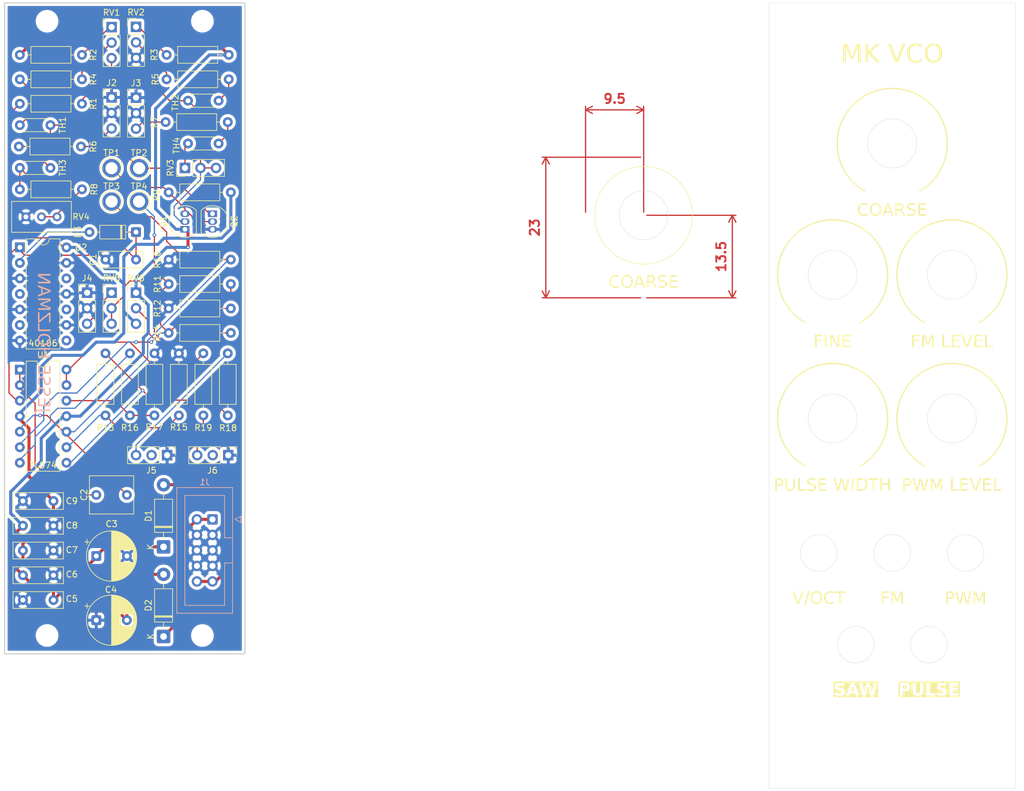
<source format=kicad_pcb>
(kicad_pcb (version 20241229) (generator "pcbnew") (generator_version "9.0")
  (layers (0 "F.Cu" signal) (2 "B.Cu" signal) (13 "F.Paste" user) (15 "B.Paste" user) (5 "F.SilkS" user "F.Silkscreen") (7 "B.SilkS" user "B.Silkscreen") (1 "F.Mask" user) (3 "B.Mask" user) (25 "Edge.Cuts" user))
  (net 0 "")
  (net 1 "GND")
  (net 2 "Net-(D3-K)")
  (net 3 "Net-(U1A--)")
  (net 4 "Net-(U1B-+)")
  (net 5 "+12V")
  (net 6 "-12V")
  (net 7 "Net-(D1-A)")
  (net 8 "Net-(D2-K)")
  (net 9 "Net-(D3-A)")
  (net 10 "Net-(J2-PadT)")
  (net 11 "Net-(J4-PadT)")
  (net 13 "Net-(J5-PadT)")
  (net 14 "Net-(J6-PadT)")
  (net 16 "Net-(Q1-B)")
  (net 17 "Net-(Q1-E)")
  (net 18 "Net-(R1-Pad2)")
  (net 19 "Net-(R2-Pad1)")
  (net 20 "Net-(R3-Pad1)")
  (net 21 "Net-(R4-Pad2)")
  (net 22 "Net-(R4-Pad1)")
  (net 23 "Net-(R5-Pad2)")
  (net 24 "Net-(R5-Pad1)")
  (net 25 "Net-(R6-Pad1)")
  (net 26 "Net-(R7-Pad1)")
  (net 27 "Net-(R8-Pad2)")
  (net 28 "Net-(R11-Pad2)")
  (net 29 "Net-(U1B--)")
  (net 30 "Net-(R13-Pad1)")
  (net 31 "Net-(U1C--)")
  (net 32 "Net-(R14-Pad2)")
  (net 33 "Net-(U1D-+)")
  (net 34 "Net-(R16-Pad2)")
  (net 35 "Net-(U1D--)")
  (net 36 "Net-(RV3-Pad1)")
  (net 42 "Net-(J3-PadT)")
  (footprint "JesseCustom:R_Axial_DIN0207_L6.3mm_D2.5mm_P10.16mm_Horizontal_VALUEINSIDE" (layer "F.Cu") (at 51.84 56)
    (property "Reference" "R9")
    (property "Value" "1M")
  )
  (footprint "JesseCustom:C_Disc_D4.3mm_W1.9mm_P5.00mm_VALUEINSIDE" (layer "F.Cu") (at 32.5 45 180)
    (property "Reference" "TH1")
    (property "Value" "10k")
  )
  (footprint "MountingHole:MountingHole_3.2mm_M3" (layer "F.Cu") (at 31.95 28)
    (property "Reference" "REF**" (hide yes))
    (property "Value" "MountingHole_3.2mm_M3" (hide yes))
  )
  (footprint "JesseCustom:R_Axial_DIN0207_L6.3mm_D2.5mm_P10.16mm_Horizontal_VALUEINSIDE" (layer "F.Cu") (at 37.66 33.5 180)
    (property "Reference" "R2")
    (property "Value" "33k")
  )
  (footprint "Capacitor_THT:C_Rect_L7.0mm_W6.0mm_P5.00mm" (layer "F.Cu") (at 40 105.5)
    (property "Reference" "C2")
    (property "Value" "1uF")
  )
  (footprint "Capacitor_THT:C_Disc_D8.0mm_W2.5mm_P5.00mm" (layer "F.Cu") (at 33 106.5 180)
    (property "Reference" "C9")
    (property "Value" "0.1uF_0603_16V")
  )
  (footprint "JesseCustom:PinHeader_1x03_P2.54mm_Vertical_AudioJack" (layer "F.Cu") (at 38.5 72.42)
    (property "Reference" "J4")
    (property "Value" "PWM CV")
  )
  (footprint "Potentiometer_THT:Potentiometer_Bourns_3296W_Vertical" (layer "F.Cu") (at 33.58 60)
    (property "Reference" "RV4")
    (property "Value" "1k")
  )
  (footprint "JesseCustom:C_Disc_D4.3mm_W1.9mm_P5.00mm_VALUEINSIDE" (layer "F.Cu") (at 27.5 52)
    (property "Reference" "TH3")
    (property "Value" "10k")
  )
  (footprint "JesseCustom:R_Axial_DIN0207_L6.3mm_D2.5mm_P10.16mm_Horizontal_VALUEINSIDE" (layer "F.Cu") (at 45.5 92.5 90)
    (property "Reference" "R16")
    (property "Value" "100k")
  )
  (footprint "JesseCustom:R_Axial_DIN0207_L6.3mm_D2.5mm_P10.16mm_Horizontal_VALUEINSIDE" (layer "F.Cu") (at 61.5 44.5 180)
    (property "Reference" "R7")
    (property "Value" "100k")
  )
  (footprint "Package_TO_SOT_THT:TO-92_Inline" (layer "F.Cu") (at 59 59.5 -90)
    (property "Reference" "Q2")
    (property "Value" "BC548")
  )
  (footprint "Capacitor_THT:C_Rect_L7.0mm_W2.5mm_P5.00mm" (layer "F.Cu") (at 46.5 67 180)
    (property "Reference" "C1")
    (property "Value" "2.2nF")
  )
  (footprint "MountingHole:MountingHole_3.2mm_M3" (layer "F.Cu") (at 57.35 28)
    (property "Reference" "REF**" (hide yes))
    (property "Value" "MountingHole_3.2mm_M3" (hide yes))
  )
  (footprint "TestPoint:TestPoint_Plated_Hole_D2.0mm" (layer "F.Cu") (at 47 52.04)
    (property "Reference" "TP2")
    (property "Value" "TestPoint" (hide yes))
  )
  (footprint "Capacitor_THT:C_Disc_D8.0mm_W2.5mm_P5.00mm" (layer "F.Cu") (at 33 114.6 180)
    (property "Reference" "C7")
    (property "Value" "0.1uF_0603_16V")
  )
  (footprint "JesseCustom:R_Axial_DIN0207_L6.3mm_D2.5mm_P10.16mm_Horizontal_VALUEINSIDE" (layer "F.Cu") (at 51.84 71)
    (property "Reference" "R11")
    (property "Value" "68K")
  )
  (footprint "Capacitor_THT:CP_Radial_D8.0mm_P5.00mm" (layer "F.Cu") (at 40 115.5)
    (property "Reference" "C3")
    (property "Value" "47uF_5x5.3_16V")
  )
  (footprint "JesseCustom:R_Axial_DIN0207_L6.3mm_D2.5mm_P10.16mm_Horizontal_VALUEINSIDE" (layer "F.Cu") (at 51.84 79)
    (property "Reference" "R14")
    (property "Value" "100k")
  )
  (footprint "MountingHole:MountingHole_3.2mm_M3" (layer "F.Cu") (at 182.85 139.5)
    (property "Reference" "REF**" (hide yes))
    (property "Value" "MountingHole_3.2mm_M3" (hide yes))
  )
  (footprint "Connector_PinHeader_2.54mm:PinHeader_1x03_P2.54mm_Vertical" (layer "F.Cu") (at 42.5 72.42)
    (property "Reference" "RV5")
    (property "Value" "B250K")
  )
  (footprint "TestPoint:TestPoint_Plated_Hole_D2.0mm" (layer "F.Cu") (at 47 57.5)
    (property "Reference" "TP4")
    (property "Value" "TestPoint" (hide yes))
  )
  (footprint "JesseCustom:PinHeader_1x03_P2.54mm_Vertical_AudioJack" (layer "F.Cu") (at 61.58 99 -90)
    (property "Reference" "J6")
    (property "Value" "PULSE OUT")
  )
  (footprint "JesseCustom:R_Axial_DIN0207_L6.3mm_D2.5mm_P10.16mm_Horizontal_VALUEINSIDE" (layer "F.Cu") (at 41.5 82.34 -90)
    (property "Reference" "R13")
    (property "Value" "100k")
  )
  (footprint "MountingHole:MountingHole_3.2mm_M3" (layer "F.Cu") (at 182.85 150.5)
    (property "Reference" "REF**" (hide yes))
    (property "Value" "MountingHole_3.2mm_M3" (hide yes))
  )
  (footprint "JesseCustom:PinHeader_1x03_P2.54mm_Vertical_AudioJack" (layer "F.Cu") (at 42.5 40.46)
    (property "Reference" "J2")
    (property "Value" "1V/OCT")
  )
  (footprint "MountingHole:MountingHole_3.2mm_M3" (layer "F.Cu") (at 57.35 128.5)
    (property "Reference" "REF**" (hide yes))
    (property "Value" "MountingHole_3.2mm_M3" (hide yes))
  )
  (footprint "JesseCustom:R_Axial_DIN0207_L6.3mm_D2.5mm_P10.16mm_Horizontal_VALUEINSIDE" (layer "F.Cu") (at 49.5 82.34 -90)
    (property "Reference" "R17")
    (property "Value" "68k")
  )
  (footprint "PCM_4ms_Package_DIP:DIP-14_W7.62mm" (layer "F.Cu") (at 27.5 85.05)
    (property "Reference" "U1")
    (property "Value" "TL074")
  )
  (footprint "Connector_PinHeader_2.54mm:PinHeader_1x03_P2.54mm_Vertical" (layer "F.Cu") (at 46.5 72.42)
    (property "Reference" "RV6")
    (property "Value" "B100K")
  )
  (footprint "Diode_THT:D_DO-35_SOD27_P7.62mm_Horizontal" (layer "F.Cu") (at 46.5 62.5 180)
    (property "Reference" "D3")
    (property "Value" "1N4148")
  )
  (footprint "JesseCustom:R_Axial_DIN0207_L6.3mm_D2.5mm_P10.16mm_Horizontal_VALUEINSIDE" (layer "F.Cu") (at 51.5 33.5)
    (property "Reference" "R3")
    (property "Value" "100k")
  )
  (footprint "JesseCustom:R_Axial_DIN0207_L6.3mm_D2.5mm_P10.16mm_Horizontal_VALUEINSIDE" (layer "F.Cu") (at 53.5 82.34 -90)
    (property "Reference" "R15")
    (property "Value" "47K")
  )
  (footprint "JesseCustom:C_Disc_D4.3mm_W1.9mm_P5.00mm_VALUEINSIDE" (layer "F.Cu") (at 55 48)
    (property "Reference" "TH4")
    (property "Value" "10k")
  )
  (footprint "TestPoint:TestPoint_Plated_Hole_D2.0mm" (layer "F.Cu") (at 42.5 57.5)
    (property "Reference" "TP3")
    (property "Value" "TestPoint" (hide yes))
  )
  (footprint "Connector_PinHeader_2.54mm:PinHeader_1x03_P2.54mm_Vertical" (layer "F.Cu") (at 54.5 52 90)
    (property "Reference" "RV3")
    (property "Value" "B1M")
  )
  (footprint "Package_TO_SOT_THT:TO-92_Inline" (layer "F.Cu") (at 54.5 62.04 90)
    (property "Reference" "Q1")
    (property "Value" "BC558")
  )
  (footprint "JesseCustom:R_Axial_DIN0207_L6.3mm_D2.5mm_P10.16mm_Horizontal_VALUEINSIDE" (layer "F.Cu") (at 27.34 48.5)
    (property "Reference" "R6")
    (property "Value" "100k")
  )
  (footprint "Diode_THT:D_DO-41_SOD81_P10.16mm_Horizontal" (layer "F.Cu") (at 51 128.66 90)
    (property "Reference" "D2")
    (property "Value" "1N5819")
  )
  (footprint "TestPoint:TestPoint_Plated_Hole_D2.0mm" (layer "F.Cu") (at 42.5 52.04)
    (property "Reference" "TP1")
    (property "Value" "TestPoint" (hide yes))
  )
  (footprint "Capacitor_THT:C_Disc_D8.0mm_W2.5mm_P5.00mm" (layer "F.Cu") (at 33 110.55 180)
    (property "Reference" "C8")
    (property "Value" "0.1uF_0603_16V")
  )
  (footprint "Capacitor_THT:CP_Radial_D8.0mm_P5.00mm" (layer "F.Cu") (at 40 126)
    (property "Reference" "C4")
    (property "Value" "47uF_5x5.3_16V")
  )
  (footprint "JesseCustom:R_Axial_DIN0207_L6.3mm_D2.5mm_P10.16mm_Horizontal_VALUEINSIDE" (layer "F.Cu") (at 27.5 41.5)
    (property "Reference" "R1")
    (property "Value" "100k")
  )
  (footprint "JesseCustom:C_Disc_D4.3mm_W1.9mm_P5.00mm_VALUEINSIDE" (layer "F.Cu") (at 55 41)
    (property "Reference" "TH2")
    (property "Value" "10k")
  )
  (footprint "Connector_PinHeader_2.54mm:PinHeader_1x03_P2.54mm_Vertical" (layer "F.Cu") (at 42.5 28.96)
    (property "Reference" "RV1")
    (property "Value" "B100K")
  )
  (footprint "JesseCustom:PinHeader_1x03_P2.54mm_Vertical_AudioJack" (layer "F.Cu") (at 46.5 40.5)
    (property "Reference" "J3")
    (property "Value" "FM CV")
  )
  (footprint "JesseCustom:R_Axial_DIN0207_L6.3mm_D2.5mm_P10.16mm_Horizontal_VALUEINSIDE" (layer "F.Cu") (at 61.66 37.5 180)
    (property "Reference" "R5")
    (property "Value" "1M")
  )
  (footprint "MountingHole:MountingHole_3.2mm_M3" (layer "F.Cu") (at 157.45 150.5)
    (property "Reference" "REF**" (hide yes))
    (property "Value" "MountingHole_3.2mm_M3" (hide yes))
  )
  (footprint "Capacitor_THT:C_Disc_D8.0mm_W2.5mm_P5.00mm" (layer "F.Cu") (at 33 118.65 180)
    (property "Reference" "C6")
    (property "Value" "0.1uF_0603_16V")
  )
  (footprint "JesseCustom:R_Axial_DIN0207_L6.3mm_D2.5mm_P10.16mm_Horizontal_VALUEINSIDE" (layer "F.Cu") (at 51.84 67)
    (property "Reference" "R10")
    (property "Value" "100k")
  )
  (footprint "JesseCustom:PinHeader_1x03_P2.54mm_Vertical_AudioJack" (layer "F.Cu") (at 51.58 99 -90)
    (property "Reference" "J5")
    (property "Value" "SAW OUT")
  )
  (footprint "MountingHole:MountingHole_3.2mm_M3" (layer "F.Cu") (at 31.95 128.5)
    (property "Reference" "REF**" (hide yes))
    (property "Value" "MountingHole_3.2mm_M3" (hide yes))
  )
  (footprint "MountingHole:MountingHole_3.2mm_M3" (layer "F.Cu") (at 157.45 28)
    (property "Reference" "REF**" (hide yes))
    (property "Value" "MountingHole_3.2mm_M3" (hide yes))
  )
  (footprint "JesseCustom:R_Axial_DIN0207_L6.3mm_D2.5mm_P10.16mm_Horizontal_VALUEINSIDE" (layer "F.Cu") (at 51.84 75)
    (property "Reference" "R12")
    (property "Value" "14k")
  )
  (footprint "MountingHole:MountingHole_3.2mm_M3" (layer "F.Cu") (at 157.45 139.5)
    (property "Reference" "REF**" (hide yes))
    (property "Value" "MountingHole_3.2mm_M3" (hide yes))
  )
  (footprint "JesseCustom:R_Axial_DIN0207_L6.3mm_D2.5mm_P10.16mm_Horizontal_VALUEINSIDE" (layer "F.Cu") (at 27.5 37.5)
    (property "Reference" "R4")
    (property "Value" "100k")
  )
  (footprint "MountingHole:MountingHole_3.2mm_M3" (layer "F.Cu") (at 157.45 39)
    (property "Reference" "REF**" (hide yes))
    (property "Value" "MountingHole_3.2mm_M3" (hide yes))
  )
  (footprint "JesseCustom:R_Axial_DIN0207_L6.3mm_D2.5mm_P10.16mm_Horizontal_VALUEINSIDE" (layer "F.Cu") (at 57.5 92.5 90)
    (property "Reference" "R19")
    (property "Value" "1k")
  )
  (footprint "Capacitor_THT:C_Disc_D8.0mm_W2.5mm_P5.00mm" (layer "F.Cu") (at 33 122.7 180)
    (property "Reference" "C5")
    (property "Value" "0.1uF_0603_16V")
  )
  (footprint "Diode_THT:D_DO-41_SOD81_P10.16mm_Horizontal" (layer "F.Cu") (at 51 114 90)
    (property "Reference" "D1")
    (property "Value" "1N5819")
  )
  (footprint "PCM_4ms_Package_DIP:DIP-14_W7.62mm" (layer "F.Cu") (at 27.5 65.05)
    (property "Reference" "U2")
    (property "Value" "40106")
  )
  (footprint "JesseCustom:R_Axial_DIN0207_L6.3mm_D2.5mm_P10.16mm_Horizontal_VALUEINSIDE" (layer "F.Cu") (at 61.5 82.34 -90)
    (property "Reference" "R18")
    (property "Value" "1k")
  )
  (footprint "MountingHole:MountingHole_3.2mm_M3" (layer "F.Cu") (at 182.85 28)
    (property "Reference" "REF**" (hide yes))
    (property "Value" "MountingHole_3.2mm_M3" (hide yes))
  )
  (footprint "Connector_PinHeader_2.54mm:PinHeader_1x03_P2.54mm_Vertical" (layer "F.Cu") (at 46.5 28.92)
    (property "Reference" "RV2")
    (property "Value" "B100K")
  )
  (footprint "MountingHole:MountingHole_3.2mm_M3" (layer "F.Cu") (at 182.85 39)
    (property "Reference" "REF**" (hide yes))
    (property "Value" "MountingHole_3.2mm_M3" (hide yes))
  )
  (footprint "JesseCustom:R_Axial_DIN0207_L6.3mm_D2.5mm_P10.16mm_Horizontal_VALUEINSIDE" (layer "F.Cu") (at 27.5 55.5)
    (property "Reference" "R8")
    (property "Value" "1k5")
  )
  (footprint "Connector_IDC:IDC-Header_2x05_P2.54mm_Vertical" (layer "B.Cu") (at 59 109.5 180)
    (property "Reference" "J1")
    (property "Value" "Conn_02x05_Odd_Even" (hide yes))
  )
  (gr_arc (start 175.4 77.29422) (mid 179.899996 60.500007) (end 184.400006 77.294216) (stroke (width 0.2)) (layer "F.SilkS"))
  (gr_arc (start 175.4 100.79422) (mid 179.899996 84.000007) (end 184.400006 100.794216) (stroke (width 0.2)) (layer "F.SilkS"))
  (gr_arc (start 165.65 55.79422) (mid 170.149996 39.000007) (end 174.650006 55.794216) (stroke (width 0.2)) (layer "F.SilkS"))
  (gr_arc (start 155.9 100.79422) (mid 160.399996 84.000007) (end 164.900006 100.794216) (stroke (width 0.2)) (layer "F.SilkS"))
  (gr_circle (center 129.5 59.75) (end 137.5 59.75) (stroke (width 0.1)) (fill no) (layer "F.SilkS"))
  (gr_arc (start 155.9 77.29422) (mid 160.399996 60.500007) (end 164.900006 77.294216) (stroke (width 0.2)) (layer "F.SilkS"))
  (gr_circle (center 170.15 48) (end 174.15 48) (stroke (width 0.05)) (fill no) (layer "Edge.Cuts"))
  (gr_circle (center 129.5 59.75) (end 133.5 59.75) (stroke (width 0.05)) (fill no) (layer "Edge.Cuts"))
  (gr_circle (center 164.163167 130) (end 167.163167 130) (stroke (width 0.05)) (fill no) (layer "Edge.Cuts"))
  (gr_circle (center 182.15 115) (end 185.15 115) (stroke (width 0.05)) (fill no) (layer "Edge.Cuts"))
  (gr_rect (start 150 25) (end 190.3 153.5) (stroke (width 0.05)) (fill no) (layer "Edge.Cuts"))
  (gr_circle (center 179.9 69.5) (end 183.9 69.5) (stroke (width 0.05)) (fill no) (layer "Edge.Cuts"))
  (gr_circle (center 160.4 93) (end 164.4 93) (stroke (width 0.05)) (fill no) (layer "Edge.Cuts"))
  (gr_circle (center 179.9 93) (end 183.9 93) (stroke (width 0.05)) (fill no) (layer "Edge.Cuts"))
  (gr_circle (center 176.163167 130) (end 179.163167 130) (stroke (width 0.05)) (fill no) (layer "Edge.Cuts"))
  (gr_circle (center 170.163167 115) (end 173.163167 115) (stroke (width 0.05)) (fill no) (layer "Edge.Cuts"))
  (gr_circle (center 160.4 69.5) (end 164.4 69.5) (stroke (width 0.05)) (fill no) (layer "Edge.Cuts"))
  (gr_rect (start 25 25) (end 64.3 131.5) (stroke (width 0.2)) (fill no) (layer "Edge.Cuts"))
  (gr_circle (center 158.15 115) (end 161.15 115) (stroke (width 0.05)) (fill no) (layer "Edge.Cuts"))
  (gr_text "PULSE" (at 176.163167 137.5 0) (layer "F.SilkS" knockout) (effects (font (size 2 2) (thickness 0.4) (bold yes))))
  (gr_text "SAW" (at 164.163167 137.5 0) (layer "F.SilkS" knockout) (effects (font (size 2 2) (thickness 0.4) (bold yes))))
  (gr_text "PWM LEVEL" (at 179.886833 104 0) (layer "F.SilkS") (effects (font (size 2 2) (thickness 0.25))))
  (gr_text "PULSE WIDTH" (at 160.4 104 0) (layer "F.SilkS") (effects (font (size 2 2) (thickness 0.25))))
  (gr_text "PWM" (at 182.15 122.5 0) (layer "F.SilkS") (effects (font (size 2 2) (thickness 0.25))))
  (gr_text "FINE" (at 160.386833 80.5 0) (layer "F.SilkS") (effects (font (size 2 2) (thickness 0.25))))
  (gr_text "MK VCO" (at 170.15 33.5 0) (layer "F.SilkS") (effects (font (size 3 3))))
  (gr_text "COARSE" (at 170.136833 59 0) (layer "F.SilkS") (effects (font (size 2 2) (thickness 0.25))))
  (gr_text "FM LEVEL" (at 179.886833 80.5 0) (layer "F.SilkS") (effects (font (size 2 2) (thickness 0.25))))
  (gr_text "FM" (at 170.163167 122.5 0) (layer "F.SilkS") (effects (font (size 2 2) (thickness 0.25))))
  (gr_text "COARSE" (at 129.486833 70.75 0) (layer "F.SilkS") (effects (font (size 2 2))))
  (gr_text "V/OCT" (at 158.15 122.5 0) (layer "F.SilkS") (effects (font (size 2 2) (thickness 0.25))))
  (gr_text "JESSE HOLZMAN" (at 31.302613 80.579719 270) (layer "B.SilkS") (effects (font (size 2 2) (thickness 0.1)) (justify mirror)))
  (dimension (type orthogonal) (layer "F.Cu") (pts (xy 129.5 59.75) (xy 120 59.75)) (height -17.25) (orientation 0) (format (prefix "") (suffix "") (units 3) (units_format 0) (precision 4) (suppress_zeroes yes)) (style (thickness 0.2) (arrow_length 1.27) (text_position_mode 0) (arrow_direction outward) (extension_height 0.58642) (extension_offset 0.5) (keep_text_aligned yes)) (gr_text "9.5" (at 124.75 40.7 0) (layer "F.Cu") (effects (font (size 1.5 1.5) (thickness 0.3)))))
  (dimension (type orthogonal) (layer "F.Cu") (pts (xy 129.5 59.75) (xy 129.5 73.25)) (height 14.5) (orientation 1) (format (prefix "") (suffix "") (units 3) (units_format 0) (precision 4) (suppress_zeroes yes)) (style (thickness 0.2) (arrow_length 1.27) (text_position_mode 0) (arrow_direction outward) (extension_height 0.58642) (extension_offset 0.5) (keep_text_aligned yes)) (gr_text "13.5" (at 142.2 66.5 90) (layer "F.Cu") (effects (font (size 1.5 1.5) (thickness 0.3)))))
  (dimension (type orthogonal) (layer "F.Cu") (pts (xy 129.5 50.25) (xy 129.5 73.25)) (height -16) (orientation 1) (format (prefix "") (suffix "") (units 3) (units_format 0) (precision 4) (suppress_zeroes yes)) (style (thickness 0.2) (arrow_length 1.27) (text_position_mode 0) (arrow_direction outward) (extension_height 0.58642) (extension_offset 0.5) (keep_text_aligned yes)) (gr_text "23" (at 111.7 61.75 90) (layer "F.Cu") (effects (font (size 1.5 1.5) (thickness 0.3)))))
  (segment (start 27.5 90.08) (end 27 90.08) (width 0.2) (layer "F.Cu") (net 2))
  (segment (start 40.5 64.5) (end 44 64.5) (width 0.2) (layer "F.Cu") (net 2))
  (segment (start 27.5 65.5) (end 28.289211 66.289211) (width 0.2) (layer "F.Cu") (net 2))
  (segment (start 25.733362 88.813362) (end 25.733362 66.266638) (width 0.2) (layer "F.Cu") (net 2))
  (segment (start 39.5 50.5) (end 41 49) (width 0.2) (layer "F.Cu") (net 2))
  (segment (start 47 52.04) (end 51.04 52.04) (width 0.2) (layer "F.Cu") (net 2))
  (segment (start 39.5 58.5) (end 39.5 50.5) (width 0.2) (layer "F.Cu") (net 2))
  (segment (start 58.5 59.5) (end 59 59.5) (width 0.2) (layer "F.Cu") (net 2))
  (segment (start 28.289211 66.289211) (end 38.710789 66.289211) (width 0.2) (layer "F.Cu") (net 2))
  (segment (start 43.5 62.5) (end 39.5 58.5) (width 0.2) (layer "F.Cu") (net 2))
  (segment (start 51.04 52.04) (end 58.5 59.5) (width 0.2) (layer "F.Cu") (net 2))
  (segment (start 27 65) (end 27.5 65) (width 0.2) (layer "F.Cu") (net 2))
  (segment (start 41 49) (end 43.96 49) (width 0.2) (layer "F.Cu") (net 2))
  (segment (start 43.96 49) (end 47 52.04) (width 0.2) (layer "F.Cu") (net 2))
  (segment (start 46.5 67) (end 46.5 62.5) (width 0.2) (layer "F.Cu") (net 2))
  (segment (start 27 90.08) (end 25.733362 88.813362) (width 0.2) (layer "F.Cu") (net 2))
  (segment (start 27.5 65) (end 27.5 65.5) (width 0.2) (layer "F.Cu") (net 2))
  (segment (start 38.710789 66.289211) (end 40.5 64.5) (width 0.2) (layer "F.Cu") (net 2))
  (segment (start 44 64.5) (end 46.5 67) (width 0.2) (layer "F.Cu") (net 2))
  (segment (start 46.5 62.5) (end 43.5 62.5) (width 0.2) (layer "F.Cu") (net 2))
  (segment (start 25.733362 66.266638) (end 27 65) (width 0.2) (layer "F.Cu") (net 2))
  (segment (start 35 105.5) (end 30 100.5) (width 0.2) (layer "F.Cu") (net 3))
  (segment (start 27.5 88.04) (end 27.5 87.54) (width 0.2) (layer "F.Cu") (net 3))
  (segment (start 40 105.5) (end 35 105.5) (width 0.2) (layer "F.Cu") (net 3))
  (segment (start 30 90.54) (end 27.5 88.04) (width 0.2) (layer "F.Cu") (net 3))
  (segment (start 27.5 85) (end 27.5 87.54) (width 0.2) (layer "F.Cu") (net 3))
  (segment (start 30 100.5) (end 30 90.54) (width 0.2) (layer "F.Cu") (net 3))
  (segment (start 31.96 92.5) (end 34.62 95.16) (width 0.2) (layer "F.Cu") (net 4))
  (segment (start 42.5 57.5) (end 45 60) (width 0.2) (layer "F.Cu") (net 4))
  (segment (start 30.801 92.5) (end 31.96 92.5) (width 0.2) (layer "F.Cu") (net 4))
  (segment (start 54.5 67) (end 62 67) (width 0.2) (layer "F.Cu") (net 4))
  (segment (start 49 60) (end 51.5 62.5) (width 0.2) (layer "F.Cu") (net 4))
  (segment (start 51.5 62.5) (end 51.5 64) (width 0.2) (layer "F.Cu") (net 4))
  (segment (start 34.62 95.16) (end 35.12 95.16) (width 0.2) (layer "F.Cu") (net 4))
  (segment (start 45 60) (end 49 60) (width 0.2) (layer "F.Cu") (net 4))
  (segment (start 45 105.5) (end 35.12 95.62) (width 0.2) (layer "F.Cu") (net 4))
  (segment (start 35.12 95.62) (end 35.12 95.16) (width 0.2) (layer "F.Cu") (net 4))
  (segment (start 51.5 64) (end 54.5 67) (width 0.2) (layer "F.Cu") (net 4))
  (via (at 30.801 92.5) (size 0.6) (drill 0.3) (layers "F.Cu" "B.Cu") (net 4))
  (segment (start 61.650057 67) (end 62 67) (width 0.2) (layer "B.Cu") (net 4))
  (segment (start 27.5 94.66) (end 27.5 95.16) (width 0.2) (layer "B.Cu") (net 4))
  (segment (start 30.801 92.5) (end 29.66 92.5) (width 0.2) (layer "B.Cu") (net 4))
  (segment (start 48.399 83.1681) (end 48.399 80.251057) (width 0.2) (layer "B.Cu") (net 4))
  (segment (start 35.12 95.16) (end 36.4071 95.16) (width 0.2) (layer "B.Cu") (net 4))
  (segment (start 29.66 92.5) (end 27.5 94.66) (width 0.2) (layer "B.Cu") (net 4))
  (segment (start 36.4071 95.16) (end 48.399 83.1681) (width 0.2) (layer "B.Cu") (net 4))
  (segment (start 48.399 80.251057) (end 61.650057 67) (width 0.2) (layer "B.Cu") (net 4))
  (segment (start 33.06 63.44) (end 34.62 65) (width 0.2) (layer "F.Cu") (net 5))
  (segment (start 25.838 60.338) (end 28.94 63.44) (width 0.2) (layer "F.Cu") (net 5))
  (segment (start 27.5 92.62) (end 27.5 93.12) (width 0.5) (layer "F.Cu") (net 5))
  (segment (start 33 108.46863) (end 33 106.5) (width 0.5) (layer "F.Cu") (net 5))
  (segment (start 34.62 65) (end 35.12 65) (width 0.2) (layer "F.Cu") (net 5))
  (segment (start 29 102.5) (end 33 106.5) (width 0.5) (layer "F.Cu") (net 5))
  (segment (start 51 114) (end 41.5 114) (width 0.5) (layer "F.Cu") (net 5))
  (segment (start 28 116.365685) (end 33 121.365685) (width 0.5) (layer "F.Cu") (net 5))
  (segment (start 27.5 41.5) (end 25.838 43.162) (width 0.2) (layer "F.Cu") (net 5))
  (segment (start 40 115.7) (end 40 115.5) (width 0.5) (layer "F.Cu") (net 5))
  (segment (start 25.838 43.162) (end 25.838 60.338) (width 0.2) (layer "F.Cu") (net 5))
  (segment (start 28 114.6) (end 28 116.365685) (width 0.5) (layer "F.Cu") (net 5))
  (segment (start 28 113.46863) (end 33 108.46863) (width 0.5) (layer "F.Cu") (net 5))
  (segment (start 33 122.7) (end 40 115.7) (width 0.5) (layer "F.Cu") (net 5))
  (segment (start 29 94.62) (end 29 102.5) (width 0.5) (layer "F.Cu") (net 5))
  (segment (start 28 114.6) (end 28 113.46863) (width 0.5) (layer "F.Cu") (net 5))
  (segment (start 28.94 63.44) (end 33.06 63.44) (width 0.2) (layer "F.Cu") (net 5))
  (segment (start 41.5 114) (end 40 115.5) (width 0.5) (layer "F.Cu") (net 5))
  (segment (start 33 121.365685) (end 33 122.7) (width 0.5) (layer "F.Cu") (net 5))
  (segment (start 27.5 93.12) (end 29 94.62) (width 0.5) (layer "F.Cu") (net 5))
  (segment (start 27.5 92.62) (end 27.5 92.12) (width 0.5) (layer "B.Cu") (net 5))
  (segment (start 44.5 71) (end 44.5 71.5) (width 0.5) (layer "B.Cu") (net 5))
  (segment (start 60.5 63.5) (end 62 62) (width 0.5) (layer "B.Cu") (net 5))
  (segment (start 32.832785 82.667215) (end 37.830144 82.667215) (width 0.5) (layer "B.Cu") (net 5))
  (segment (start 44.5 71.5) (end 44.5 75.5) (width 0.5) (layer "B.Cu") (net 5))
  (segment (start 41.06 69.5) (end 43 69.5) (width 0.5) (layer "B.Cu") (net 5))
  (segment (start 50.062075 64.5) (end 51.062075 63.5) (width 0.5) (layer "B.Cu") (net 5))
  (segment (start 44.5 79) (end 44.5 75.5) (width 0.5) (layer "B.Cu") (net 5))
  (segment (start 35.12 65) (end 36.56 65) (width 0.5) (layer "B.Cu") (net 5))
  (segment (start 27.5 92.12) (end 31 88.62) (width 0.5) (layer "B.Cu") (net 5))
  (segment (start 31 84.5) (end 32.832785 82.667215) (width 0.5) (layer "B.Cu") (net 5))
  (segment (start 39.997359 80.5) (end 43 80.5) (width 0.5) (layer "B.Cu") (net 5))
  (segment (start 44.5 66.5) (end 46.5 64.5) (width 0.5) (layer "B.Cu") (net 5))
  (segment (start 46.5 64.5) (end 50.062075 64.5) (width 0.5) (layer "B.Cu") (net 5))
  (segment (start 31 88.62) (end 31 84.5) (width 0.5) (layer "B.Cu") (net 5))
  (segment (start 44.5 71) (end 44.5 66.5) (width 0.5) (layer "B.Cu") (net 5))
  (segment (start 62 62) (end 62 56) (width 0.5) (layer "B.Cu") (net 5))
  (segment (start 43 80.5) (end 44.5 79) (width 0.5) (layer "B.Cu") (net 5))
  (segment (start 51.062075 63.5) (end 60.5 63.5) (width 0.5) (layer "B.Cu") (net 5))
  (segment (start 36.56 65) (end 41.06 69.5) (width 0.5) (layer "B.Cu") (net 5))
  (segment (start 43 69.5) (end 44.5 71) (width 0.5) (layer "B.Cu") (net 5))
  (segment (start 44.5 75.5) (end 46.5 77.5) (width 0.5) (layer "B.Cu") (net 5))
  (segment (start 37.830144 82.667215) (end 39.997359 80.5) (width 0.5) (layer "B.Cu") (net 5))
  (segment (start 48 118.5) (end 45 121.5) (width 0.5) (layer "F.Cu") (net 6))
  (segment (start 55 65) (end 55 62.54) (width 0.5) (layer "F.Cu") (net 6))
  (segment (start 27.5 33.5) (end 29 32) (width 0.5) (layer "F.Cu") (net 6))
  (segment (start 51 118.5) (end 48 118.5) (width 0.5) (layer "F.Cu") (net 6))
  (segment (start 26 112.55) (end 28 110.55) (width 0.5) (layer "F.Cu") (net 6))
  (segment (start 30 120.65) (end 28 118.65) (width 0.5) (layer "F.Cu") (net 6))
  (segment (start 28 118.65) (end 28 119.25705) (width 0.2) (layer "F.Cu") (net 6))
  (segment (start 29 32) (end 36 32) (width 0.5) (layer "F.Cu") (net 6))
  (segment (start 30 122.5) (end 30 120.65) (width 0.5) (layer "F.Cu") (net 6))
  (segment (start 43.5 124.5) (end 32 124.5) (width 0.5) (layer "F.Cu") (net 6))
  (segment (start 48 26.5) (end 53.5 32) (width 0.5) (layer "F.Cu") (net 6))
  (segment (start 36 32) (end 41.5 26.5) (width 0.5) (layer "F.Cu") (net 6))
  (segment (start 60.16 32) (end 61.66 33.5) (width 0.5) (layer "F.Cu") (net 6))
  (segment (start 53.5 32) (end 60.16 32) (width 0.5) (layer "F.Cu") (net 6))
  (segment (start 45 121.5) (end 45 126) (width 0.5) (layer "F.Cu") (net 6))
  (segment (start 28 118.65) (end 26 116.65) (width 0.5) (layer "F.Cu") (net 6))
  (segment (start 55 62.54) (end 54.5 62.04) (width 0.5) (layer "F.Cu") (net 6))
  (segment (start 45 126) (end 43.5 124.5) (width 0.5) (layer "F.Cu") (net 6))
  (segment (start 26 116.65) (end 26 112.55) (width 0.5) (layer "F.Cu") (net 6))
  (segment (start 41.5 26.5) (end 48 26.5) (width 0.5) (layer "F.Cu") (net 6))
  (segment (start 32 124.5) (end 30 122.5) (width 0.5) (layer "F.Cu") (net 6))
  (via (at 55 65) (size 0.6) (drill 0.3) (layers "F.Cu" "B.Cu") (net 6))
  (segment (start 37.38 92.62) (end 35.12 92.62) (width 0.5) (layer "B.Cu") (net 6))
  (segment (start 47.696936 82.303064) (end 37.38 92.62) (width 0.5) (layer "B.Cu") (net 6))
  (segment (start 49.692941 42.307059) (end 49.692941 58.692941) (width 0.5) (layer "B.Cu") (net 6))
  (segment (start 55 65) (end 51.5 65) (width 0.5) (layer "B.Cu") (net 6))
  (segment (start 47.696936 79.803064) (end 47.696936 82.303064) (width 0.5) (layer "B.Cu") (net 6))
  (segment (start 53.04 62.04) (end 54.5 62.04) (width 0.5) (layer "B.Cu") (net 6))
  (segment (start 26 108.5) (end 28 110.55) (width 0.5) (layer "B.Cu") (net 6))
  (segment (start 31 96.24) (end 31 100) (width 0.5) (layer "B.Cu") (net 6))
  (segment (start 49.692941 58.692941) (end 53.04 62.04) (width 0.5) (layer "B.Cu") (net 6))
  (segment (start 35.12 92.62) (end 34.62 92.62) (width 0.5) (layer "B.Cu") (net 6))
  (segment (start 54.5 62.04) (end 54.944 61.596) (width 0.2) (layer "B.Cu") (net 6))
  (segment (start 46.5 70) (end 46.5 72.42) (width 0.5) (layer "B.Cu") (net 6))
  (segment (start 46.5 72.42) (end 48.5 74.42) (width 0.5) (layer "B.Cu") (net 6))
  (segment (start 34.62 92.62) (end 31 96.24) (width 0.5) (layer "B.Cu") (net 6))
  (segment (start 61.66 33.5) (end 58.5 33.5) (width 0.5) (layer "B.Cu") (net 6))
  (segment (start 48.5 79) (end 47.696936 79.803064) (width 0.5) (layer "B.Cu") (net 6))
  (segment (start 48.5 74.42) (end 48.5 79) (width 0.5) (layer "B.Cu") (net 6))
  (segment (start 31 100) (end 26 105) (width 0.5) (layer "B.Cu") (net 6))
  (segment (start 51.5 65) (end 46.5 70) (width 0.5) (layer "B.Cu") (net 6))
  (segment (start 58.5 33.5) (end 49.692941 42.307059) (width 0.5) (layer "B.Cu") (net 6))
  (segment (start 26 105) (end 26 108.5) (width 0.5) (layer "B.Cu") (net 6))
  (segment (start 62 117.16) (end 59.5 119.66) (width 0.5) (layer "F.Cu") (net 7))
  (segment (start 59.5 119.66) (end 59 119.66) (width 0.5) (layer "F.Cu") (net 7))
  (segment (start 59 119.66) (end 56.46 119.66) (width 0.5) (layer "F.Cu") (net 7))
  (segment (start 51 103.84) (end 57.84 103.84) (width 0.5) (layer "F.Cu") (net 7))
  (segment (start 57.84 103.84) (end 62 108) (width 0.5) (layer "F.Cu") (net 7))
  (segment (start 62 108) (end 62 117.16) (width 0.5) (layer "F.Cu") (net 7))
  (segment (start 56.46 109.52) (end 56.46 109.5) (width 0.5) (layer "F.Cu") (net 8))
  (segment (start 54 125.66) (end 54 111.98) (width 0.5) (layer "F.Cu") (net 8))
  (segment (start 54 111.98) (end 56.46 109.52) (width 0.5) (layer "F.Cu") (net 8))
  (segment (start 59 109.5) (end 56.46 109.5) (width 0.5) (layer "F.Cu") (net 8))
  (segment (start 51 128.66) (end 54 125.66) (width 0.5) (layer "F.Cu") (net 8))
  (segment (start 27.5 67.54) (end 27.5 67.04) (width 0.2) (layer "B.Cu") (net 9))
  (segment (start 32.04 62.5) (end 38.88 62.5) (width 0.2) (layer "B.Cu") (net 9))
  (segment (start 27.5 67.04) (end 32.04 62.5) (width 0.2) (layer "B.Cu") (net 9))
  (segment (start 39.54 48.5) (end 42.5 45.54) (width 0.2) (layer "F.Cu") (net 10))
  (segment (start 37.5 48.5) (end 39.54 48.5) (width 0.2) (layer "F.Cu") (net 10))
  (segment (start 40.5 75.5) (end 40.5 74.42) (width 0.2) (layer "F.Cu") (net 11))
  (segment (start 38.5 77.5) (end 40.5 75.5) (width 0.2) (layer "F.Cu") (net 11))
  (segment (start 40.5 74.42) (end 42.5 72.42) (width 0.2) (layer "F.Cu") (net 11))
  (segment (start 46.5 99) (end 46.5 97.34) (width 0.2) (layer "B.Cu") (net 13))
  (segment (start 46.5 97.34) (end 61.5 82.34) (width 0.2) (layer "B.Cu") (net 13))
  (segment (start 57.5 92.5) (end 57.5 95) (width 0.2) (layer "F.Cu") (net 14))
  (segment (start 56.5 96) (end 56.5 99) (width 0.2) (layer "F.Cu") (net 14))
  (segment (start 57.5 95) (end 56.5 96) (width 0.2) (layer "F.Cu") (net 14))
  (segment (start 32.5 47.5) (end 36 51) (width 0.2) (layer "F.Cu") (net 16))
  (segment (start 30.5 55) (end 27.5 52) (width 0.2) (layer "F.Cu") (net 16))
  (segment (start 34 55) (end 30.5 55) (width 0.2) (layer "F.Cu") (net 16))
  (segment (start 27.5 55.5) (end 27.5 52) (width 0.2) (layer "F.Cu") (net 16))
  (segment (start 37.5 45) (end 32.5 45) (width 0.2) (layer "F.Cu") (net 16))
  (segment (start 42.207635 38) (end 40 40.207635) (width 0.2) (layer "F.Cu") (net 16))
  (segment (start 49 38) (end 42.207635 38) (width 0.2) (layer "F.Cu") (net 16))
  (segment (start 55 41) (end 52 41) (width 0.2) (layer "F.Cu") (net 16))
  (segment (start 36 51) (end 36 53) (width 0.2) (layer "F.Cu") (net 16))
  (segment (start 32.5 45) (end 32.5 47.5) (width 0.2) (layer "F.Cu") (net 16))
  (segment (start 57.04 43.04) (end 57.04 52) (width 0.2) (layer "F.Cu") (net 16))
  (segment (start 40 40.207635) (end 40 42.5) (width 0.2) (layer "F.Cu") (net 16))
  (segment (start 54.5 60.77) (end 54.775 60.77) (width 0.2) (layer "F.Cu") (net 16))
  (segment (start 52 41) (end 49 38) (width 0.2) (layer "F.Cu") (net 16))
  (segment (start 36 53) (end 34 55) (width 0.2) (layer "F.Cu") (net 16))
  (segment (start 40 42.5) (end 37.5 45) (width 0.2) (layer "F.Cu") (net 16))
  (segment (start 57.04 52) (end 59.58 52) (width 0.2) (layer "F.Cu") (net 16))
  (segment (start 55 41) (end 57.04 43.04) (width 0.2) (layer "F.Cu") (net 16))
  (segment (start 57.04 53.96) (end 52.731676 58.268324) (width 0.2) (layer "B.Cu") (net 16))
  (segment (start 53.77 60.77) (end 54.5 60.77) (width 0.2) (layer "B.Cu") (net 16))
  (segment (start 57.04 52) (end 57.04 53.96) (width 0.2) (layer "B.Cu") (net 16))
  (segment (start 52.731676 59.731676) (end 53.77 60.77) (width 0.2) (layer "B.Cu") (net 16))
  (segment (start 52.731676 58.268324) (end 52.731676 59.731676) (width 0.2) (layer "B.Cu") (net 16))
  (segment (start 55.225 59.5) (end 56.495 60.77) (width 0.2) (layer "F.Cu") (net 17))
  (segment (start 54.5 59.5) (end 55.225 59.5) (width 0.2) (layer "F.Cu") (net 17))
  (segment (start 51.84 56) (end 51.040001 55.200001) (width 0.2) (layer "F.Cu") (net 17))
  (segment (start 56.495 60.77) (end 59 60.77) (width 0.2) (layer "F.Cu") (net 17))
  (segment (start 51.040001 55.200001) (end 45.660001 55.200001) (width 0.2) (layer "F.Cu") (net 17))
  (segment (start 45.660001 55.200001) (end 42.5 52.04) (width 0.2) (layer "F.Cu") (net 17))
  (segment (start 51.84 56) (end 54.5 58.66) (width 0.2) (layer "F.Cu") (net 17))
  (segment (start 54.5 58.66) (end 54.5 59.5) (width 0.2) (layer "F.Cu") (net 17))
  (segment (start 42.5 36) (end 37.66 40.84) (width 0.2) (layer "F.Cu") (net 18))
  (segment (start 42.5 34.04) (end 42.5 36) (width 0.2) (layer "F.Cu") (net 18))
  (segment (start 37.66 40.84) (end 37.66 41.5) (width 0.2) (layer "F.Cu") (net 18))
  (segment (start 42.5 28.96) (end 42.2 28.96) (width 0.2) (layer "F.Cu") (net 19))
  (segment (start 42.2 28.96) (end 37.66 33.5) (width 0.2) (layer "F.Cu") (net 19))
  (segment (start 46.92 28.92) (end 46.5 28.92) (width 0.2) (layer "F.Cu") (net 20))
  (segment (start 51.5 33.5) (end 46.92 28.92) (width 0.2) (layer "F.Cu") (net 20))
  (segment (start 37.66 36.34) (end 37.66 37.5) (width 0.2) (layer "F.Cu") (net 21))
  (segment (start 42.5 31.5) (end 42.5 32.2271) (width 0.2) (layer "F.Cu") (net 21))
  (segment (start 42.5 31.5) (end 37.66 36.34) (width 0.2) (layer "F.Cu") (net 21))
  (segment (start 42.5 31.5) (end 42.5 31.66) (width 0.2) (layer "F.Cu") (net 21))
  (segment (start 29.5 39.5) (end 29.5 43) (width 0.2) (layer "F.Cu") (net 22))
  (segment (start 29.5 43) (end 27.5 45) (width 0.2) (layer "F.Cu") (net 22))
  (segment (start 27.5 37.5) (end 29.5 39.5) (width 0.2) (layer "F.Cu") (net 22))
  (segment (start 46.5 31.46) (end 51.5 36.46) (width 0.2) (layer "F.Cu") (net 23))
  (segment (start 51.5 36.46) (end 51.5 37.5) (width 0.2) (layer "F.Cu") (net 23))
  (segment (start 61.66 37.5) (end 61.66 39.34) (width 0.2) (layer "F.Cu") (net 24))
  (segment (start 61.66 39.34) (end 60 41) (width 0.2) (layer "F.Cu") (net 24))
  (segment (start 29 48.5) (end 32.5 52) (width 0.2) (layer "F.Cu") (net 25))
  (segment (start 27.34 48.5) (end 29 48.5) (width 0.2) (layer "F.Cu") (net 25))
  (segment (start 61.5 46.5) (end 60 48) (width 0.2) (layer "F.Cu") (net 26))
  (segment (start 61.5 44.5) (end 61.5 46.5) (width 0.2) (layer "F.Cu") (net 26))
  (segment (start 33.58 59.58) (end 33.58 60) (width 0.2) (layer "F.Cu") (net 27))
  (segment (start 33.58 60) (end 31.04 60) (width 0.2) (layer "F.Cu") (net 27))
  (segment (start 37.66 55.5) (end 33.58 59.58) (width 0.2) (layer "F.Cu") (net 27))
  (segment (start 42.5 74.96) (end 44.5 72.96) (width 0.2) (layer "F.Cu") (net 28))
  (segment (start 52.61033 80.38967) (end 56 77) (width 0.2) (layer "F.Cu") (net 28))
  (segment (start 49.5 72.5) (end 49.5 79) (width 0.2) (layer "F.Cu") (net 28))
  (segment (start 62 73) (end 62 71) (width 0.2) (layer "F.Cu") (net 28))
  (segment (start 44.5 72.96) (end 44.5 71.5) (width 0.2) (layer "F.Cu") (net 28))
  (segment (start 62.5 77) (end 63.5 76) (width 0.2) (layer "F.Cu") (net 28))
  (segment (start 49.5 79) (end 50.88967 80.38967) (width 0.2) (layer "F.Cu") (net 28))
  (segment (start 44.5 71.5) (end 45.5 70.5) (width 0.2) (layer "F.Cu") (net 28))
  (segment (start 56 77) (end 62.5 77) (width 0.2) (layer "F.Cu") (net 28))
  (segment (start 47.5 70.5) (end 49.5 72.5) (width 0.2) (layer "F.Cu") (net 28))
  (segment (start 50.88967 80.38967) (end 52.61033 80.38967) (width 0.2) (layer "F.Cu") (net 28))
  (segment (start 45.5 70.5) (end 47.5 70.5) (width 0.2) (layer "F.Cu") (net 28))
  (segment (start 63.5 76) (end 63.5 74.5) (width 0.2) (layer "F.Cu") (net 28))
  (segment (start 42.5 77.5) (end 42.5 74.96) (width 0.2) (layer "F.Cu") (net 28))
  (segment (start 63.5 74.5) (end 62 73) (width 0.2) (layer "F.Cu") (net 28))
  (segment (start 49.5 63) (end 49.5 68.66) (width 0.2) (layer "F.Cu") (net 29))
  (segment (start 51.84 79) (end 50.5 77.66) (width 0.2) (layer "F.Cu") (net 29))
  (segment (start 62 75) (end 55.84 75) (width 0.2) (layer "F.Cu") (net 29))
  (segment (start 46.5 80.5) (end 49 80.5) (width 0.2) (layer "F.Cu") (net 29))
  (segment (start 50.5 77.66) (end 50.5 72.34) (width 0.2) (layer "F.Cu") (net 29))
  (segment (start 49.5 68.66) (end 51.84 71) (width 0.2) (layer "F.Cu") (net 29))
  (segment (start 55.84 75) (end 51.84 79) (width 0.2) (layer "F.Cu") (net 29))
  (segment (start 50.5 72.34) (end 51.84 71) (width 0.2) (layer "F.Cu") (net 29))
  (via (at 49 80.5) (size 0.6) (drill 0.3) (layers "F.Cu" "B.Cu") (net 29))
  (via (at 46.5 80.5) (size 0.6) (drill 0.3) (layers "F.Cu" "B.Cu") (net 29))
  (via (at 49.5 63) (size 0.6) (drill 0.3) (layers "F.Cu" "B.Cu") (net 29))
  (segment (start 46.5 58) (end 47 57.5) (width 0.2) (layer "B.Cu") (net 29))
  (segment (start 33.669013 88.830987) (end 31.401 91.099) (width 0.2) (layer "B.Cu") (net 29))
  (segment (start 27.5 97.2) (end 27.5 97.7) (width 0.2) (layer "B.Cu") (net 29))
  (segment (start 36.810488 88.830987) (end 33.669013 88.830987) (width 0.2) (layer "B.Cu") (net 29))
  (segment (start 49.5 63) (end 49.5 60) (width 0.2) (layer "B.Cu") (net 29))
  (segment (start 46.5 80.5) (end 45.141475 80.5) (width 0.2) (layer "B.Cu") (net 29))
  (segment (start 31.401 93.299) (end 27.5 97.2) (width 0.2) (layer "B.Cu") (net 29))
  (segment (start 49.5 60) (end 47 57.5) (width 0.2) (layer "B.Cu") (net 29))
  (segment (start 49 80.5) (end 50.5 79) (width 0.2) (layer "B.Cu") (net 29))
  (segment (start 45.141475 80.5) (end 36.810488 88.830987) (width 0.2) (layer "B.Cu") (net 29))
  (segment (start 50.5 79) (end 51.84 79) (width 0.2) (layer "B.Cu") (net 29))
  (segment (start 31.401 91.099) (end 31.401 93.299) (width 0.2) (layer "B.Cu") (net 29))
  (segment (start 61.5 92.5) (end 59 90) (width 0.2) (layer "F.Cu") (net 30))
  (segment (start 47.58 88.42) (end 41.5 82.34) (width 0.2) (layer "F.Cu") (net 30))
  (segment (start 35.12 100.24) (end 35.31705 100.24) (width 0.2) (layer "F.Cu") (net 30))
  (segment (start 49.16 90) (end 47.58 88.42) (width 0.2) (layer "F.Cu") (net 30))
  (segment (start 59 90) (end 49.16 90) (width 0.2) (layer "F.Cu") (net 30))
  (via (at 47.58 88.42) (size 0.6) (drill 0.3) (layers "F.Cu" "B.Cu") (net 30))
  (segment (start 35.12 100.24) (end 35.76 100.24) (width 0.2) (layer "B.Cu") (net 30))
  (segment (start 35.76 100.24) (end 47.58 88.42) (width 0.2) (layer "B.Cu") (net 30))
  (segment (start 43.5 94.5) (end 41.5 92.5) (width 0.2) (layer "F.Cu") (net 31))
  (segment (start 51.5 94.5) (end 43.5 94.5) (width 0.2) (layer "F.Cu") (net 31))
  (segment (start 53.5 92.5) (end 51.5 94.5) (width 0.2) (layer "F.Cu") (net 31))
  (segment (start 35.3 97.7) (end 35.12 97.7) (width 0.2) (layer "B.Cu") (net 31))
  (segment (start 40.5 92.5) (end 35.3 97.7) (width 0.2) (layer "B.Cu") (net 31))
  (segment (start 41.5 92.5) (end 40.5 92.5) (width 0.2) (layer "B.Cu") (net 31))
  (segment (start 50.5 81) (end 48.5 79) (width 0.2) (layer "F.Cu") (net 32))
  (segment (start 53 81) (end 50.5 81) (width 0.2) (layer "F.Cu") (net 32))
  (segment (start 62 79) (end 55 79) (width 0.2) (layer "F.Cu") (net 32))
  (segment (start 48.5 76.96) (end 46.5 74.96) (width 0.2) (layer "F.Cu") (net 32))
  (segment (start 55 79) (end 53 81) (width 0.2) (layer "F.Cu") (net 32))
  (segment (start 48.5 79) (end 48.5 76.96) (width 0.2) (layer "F.Cu") (net 32))
  (segment (start 45.5 92.5) (end 43.08 90.08) (width 0.2) (layer "F.Cu") (net 33))
  (segment (start 49.5 92.5) (end 45.5 92.5) (width 0.2) (layer "F.Cu") (net 33))
  (segment (start 43.08 90.08) (end 35.12 90.08) (width 0.2) (layer "F.Cu") (net 33))
  (segment (start 32.5 92.5) (end 33.676782 91.323218) (width 0.2) (layer "B.Cu") (net 34))
  (segment (start 33.676782 91.323218) (end 36.516782 91.323218) (width 0.2) (layer "B.Cu") (net 34))
  (segment (start 27.5 100.24) (end 27.5 99.74) (width 0.2) (layer "B.Cu") (net 34))
  (segment (start 36.516782 91.323218) (end 45.5 82.34) (width 0.2) (layer "B.Cu") (net 34))
  (segment (start 30 96) (end 32.5 93.5) (width 0.2) (layer "B.Cu") (net 34))
  (segment (start 27.5 99.74) (end 30 97.24) (width 0.2) (layer "B.Cu") (net 34))
  (segment (start 32.5 93.5) (end 32.5 92.5) (width 0.2) (layer "B.Cu") (net 34))
  (segment (start 30 97.24) (end 30 96) (width 0.2) (layer "B.Cu") (net 34))
  (segment (start 35.12 85) (end 35.5 85) (width 0.2) (layer "F.Cu") (net 35))
  (segment (start 50 85) (end 54.84 85) (width 0.2) (layer "F.Cu") (net 35))
  (segment (start 35.5 85) (end 40 80.5) (width 0.2) (layer "F.Cu") (net 35))
  (segment (start 40 80.5) (end 45.5 80.5) (width 0.2) (layer "F.Cu") (net 35))
  (segment (start 45.5 80.5) (end 50 85) (width 0.2) (layer "F.Cu") (net 35))
  (segment (start 35.12 87.54) (end 35.12 85) (width 0.2) (layer "F.Cu") (net 35))
  (segment (start 54.84 85) (end 57.5 82.34) (width 0.2) (layer "F.Cu") (net 35))
  (segment (start 54.5 48.5) (end 54.5 52) (width 0.2) (layer "F.Cu") (net 36))
  (segment (start 55 48) (end 54.5 48.5) (width 0.2) (layer "F.Cu") (net 36))
  (segment (start 51.34 44.5) (end 47.58 44.5) (width 0.2) (layer "F.Cu") (net 42))
  (segment (start 47.58 44.5) (end 46.5 45.58) (width 0.2) (layer "F.Cu") (net 42))
  (zone (net 1) (net_name "GND") (layer "B.Cu") (connect_pads (clearance 0.5)) (min_thickness 0.25) (fill yes (thermal_gap 0.5) (thermal_bridge_width 0.5))
    (polygon (pts (xy 25 25) (xy 64.29828 25.007962) (xy 64.295626 131.491028) (xy 25.003981 131.488056)))
  )
)
</source>
